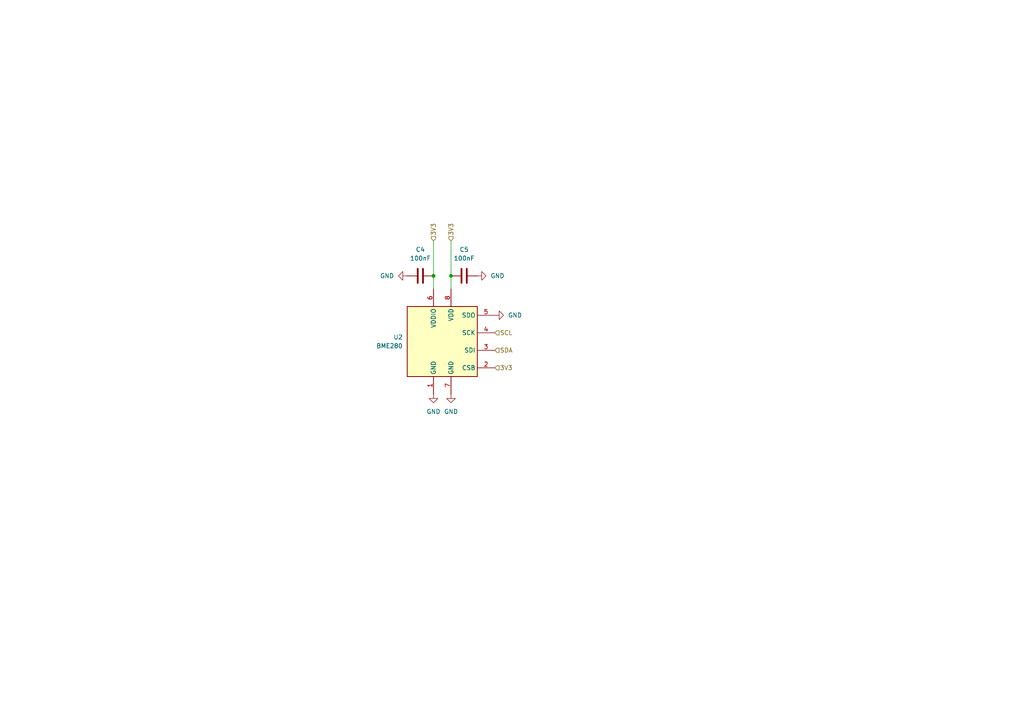
<source format=kicad_sch>
(kicad_sch (version 20231120) (generator "eeschema") (generator_version "8.0")
  (paper "A4")
  (lib_symbols
    (symbol "Device:C" (pin_numbers hide) (pin_names (offset 0.254))
      (property "Reference" "C" (at 0.635 2.54 0))
      (property "Value" "C" (at 0.635 -2.54 0))
      (symbol "C_0_1"
        (polyline (pts (xy -2.032 -0.762) (xy 2.032 -0.762)) (stroke (width 0.508)))
        (polyline (pts (xy -2.032 0.762) (xy 2.032 0.762)) (stroke (width 0.508)))
      )
      (symbol "C_1_1"
        (pin passive line (at 0 3.81 270) (length 2.794) (name "~") (number "1"))
        (pin passive line (at 0 -3.81 90) (length 2.794) (name "~") (number "2"))
      )
    )
    (symbol "Sensor:BME280"
      (property "Reference" "U" (at -8.89 11.43 0))
      (property "Value" "BME280" (at 7.62 11.43 0))
      (symbol "BME280_0_1"
        (rectangle (start -10.16 10.16) (end 10.16 -10.16) (stroke (width 0.254)) (fill (type background)))
      )
      (symbol "BME280_1_1"
        (pin power_in line (at -2.54 -15.24 90) (length 5.08) (name "GND") (number "1"))
        (pin input line (at 15.24 -7.62 180) (length 5.08) (name "CSB") (number "2"))
        (pin bidirectional line (at 15.24 -2.54 180) (length 5.08) (name "SDI") (number "3"))
        (pin input line (at 15.24 2.54 180) (length 5.08) (name "SCK") (number "4"))
        (pin bidirectional line (at 15.24 7.62 180) (length 5.08) (name "SDO") (number "5"))
        (pin power_in line (at -2.54 15.24 270) (length 5.08) (name "VDDIO") (number "6"))
        (pin power_in line (at 2.54 -15.24 90) (length 5.08) (name "GND") (number "7"))
        (pin power_in line (at 2.54 15.24 270) (length 5.08) (name "VDD") (number "8"))
      )
    )
    (symbol "power:GND" (power) (pin_numbers hide) (pin_names (offset 0) hide)
      (property "Value" "GND" (at 0 -3.81 0))
      (symbol "GND_0_1"
        (polyline (pts (xy 0 0) (xy 0 -1.27) (xy 1.27 -1.27) (xy 0 -2.54) (xy -1.27 -1.27) (xy 0 -1.27)))
      )
      (symbol "GND_1_1"
        (pin power_in line (at 0 0 270) (length 0) (name "~") (number "1"))
      )
    )
  )
  (junction (at 130.81 80.01))
  (junction (at 125.73 80.01))
  (wire (pts (xy 125.73 69.85) (xy 125.73 80.01)))
  (wire (pts (xy 130.81 80.01) (xy 130.81 83.82)))
  (wire (pts (xy 130.81 69.85) (xy 130.81 80.01)))
  (wire (pts (xy 125.73 80.01) (xy 125.73 83.82)))
  (hierarchical_label "3V3" (shape input) (at 143.51 106.68 0))
  (hierarchical_label "3V3" (shape input) (at 125.73 69.85 90))
  (hierarchical_label "3V3" (shape input) (at 130.81 69.85 90))
  (hierarchical_label "SCL" (shape input) (at 143.51 96.52 0))
  (hierarchical_label "SDA" (shape input) (at 143.51 101.6 0))
  (symbol (lib_id "power:GND") (at 130.81 114.3 0) (unit 1)
    (property "Reference" "#PWR07" (effects (hide yes)))
    (property "Value" "GND" (at 130.81 119.38 0))
    (property "Description" "Power symbol creates a global label with name \"GND\" , ground" (effects (hide yes)))
  )
  (symbol (lib_id "Sensor:BME280") (at 128.27 99.06 0) (unit 1)
    (property "Reference" "U2" (at 116.84 97.7899 0) (effects (justify right)))
    (property "Value" "BME280" (at 116.84 100.3299 0) (effects (justify right)))
    (property "Footprint" "Package_LGA:Bosch_LGA-8_2.5x2.5mm_P0.65mm_ClockwisePinNumbering" (effects (hide yes)))
    (property "Datasheet" "https://www.bosch-sensortec.com/media/boschsensortec/downloads/datasheets/bst-bme280-ds002.pdf" (effects (hide yes)))
    (property "Description" "3-in-1 sensor, humidity, pressure, temperature, I2C and SPI interface, 1.71-3.6V, LGA-8" (effects (hide yes)))
  )
  (symbol (lib_id "Device:C") (at 134.62 80.01 90) (unit 1)
    (property "Reference" "C5" (at 134.62 72.39 90))
    (property "Value" "100nF" (at 134.62 74.93 90))
    (property "Footprint" "Capacitor_SMD:C_0603_1608Metric_Pad1.08x0.95mm_HandSolder" (effects (hide yes)))
    (property "Description" "Unpolarized capacitor" (effects (hide yes)))
  )
  (symbol (lib_id "power:GND") (at 138.43 80.01 90) (unit 1)
    (property "Reference" "#PWR08" (effects (hide yes)))
    (property "Value" "GND" (at 142.24 80.0099 90) (effects (justify right)))
    (property "Description" "Power symbol creates a global label with name \"GND\" , ground" (effects (hide yes)))
  )
  (symbol (lib_id "power:GND") (at 143.51 91.44 90) (unit 1)
    (property "Reference" "#PWR010" (effects (hide yes)))
    (property "Value" "GND" (at 147.32 91.4399 90) (effects (justify right)))
    (property "Description" "Power symbol creates a global label with name \"GND\" , ground" (effects (hide yes)))
  )
  (symbol (lib_id "power:GND") (at 125.73 114.3 0) (unit 1)
    (property "Reference" "#PWR06" (effects (hide yes)))
    (property "Value" "GND" (at 125.73 119.38 0))
    (property "Description" "Power symbol creates a global label with name \"GND\" , ground" (effects (hide yes)))
  )
  (symbol (lib_id "power:GND") (at 118.11 80.01 270) (unit 1)
    (property "Reference" "#PWR09" (effects (hide yes)))
    (property "Value" "GND" (at 114.3 80.0099 90) (effects (justify right)))
    (property "Description" "Power symbol creates a global label with name \"GND\" , ground" (effects (hide yes)))
  )
  (symbol (lib_id "Device:C") (at 121.92 80.01 90) (unit 1)
    (property "Reference" "C4" (at 121.92 72.39 90))
    (property "Value" "100nF" (at 121.92 74.93 90))
    (property "Footprint" "Capacitor_SMD:C_0603_1608Metric_Pad1.08x0.95mm_HandSolder" (effects (hide yes)))
    (property "Description" "Unpolarized capacitor" (effects (hide yes)))
  )
)
</source>
